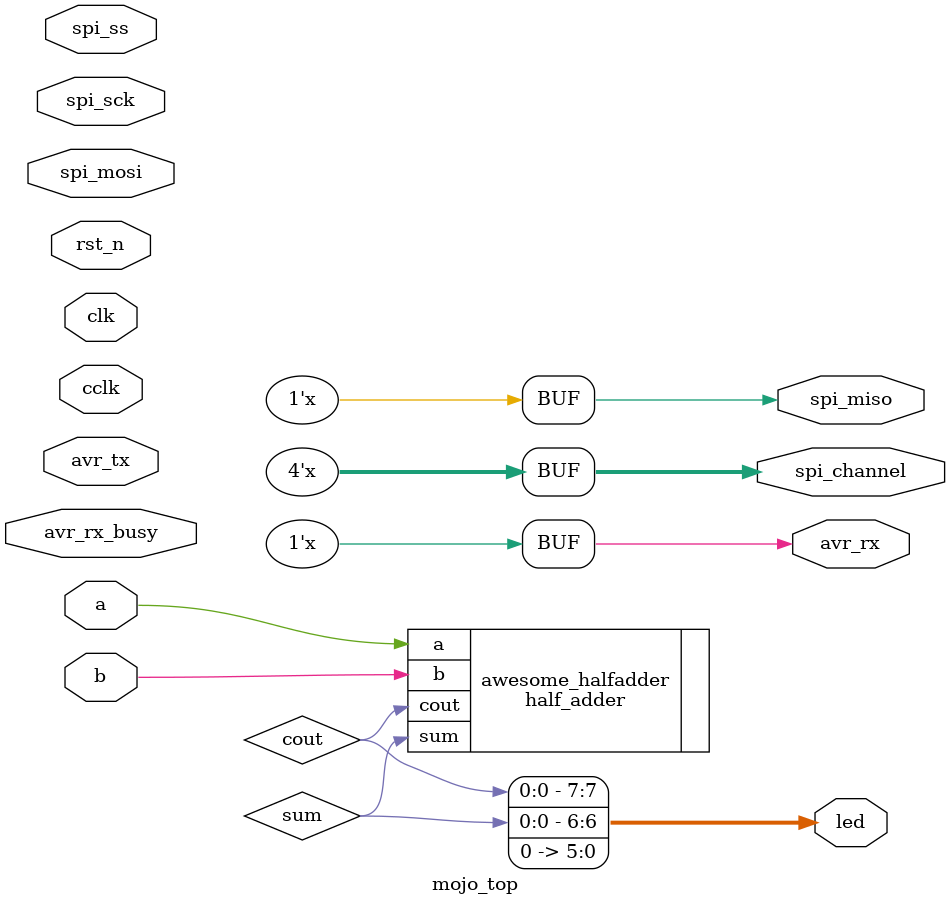
<source format=v>
module mojo_top(
    // 50MHz clock input
    input clk,
    // Input from reset button (active low)
    input rst_n,
    // cclk input from AVR, high when AVR is ready
    input cclk,
    // Outputs to the 8 onboard LEDs
    output[7:0]led,
    // AVR SPI connections
    output spi_miso,
    input spi_ss,
    input spi_mosi,
    input spi_sck,
    // AVR ADC channel select
    output [3:0] spi_channel,
    // Serial connections
    input avr_tx, // AVR Tx => FPGA Rx
    output avr_rx, // AVR Rx => FPGA Tx
    input avr_rx_busy, // AVR Rx buffer full
	 
	 input a,
	 input b
    );

wire rst = ~rst_n; // make reset active high

// these signals should be high-z when not used
assign spi_miso = 1'bz;
assign avr_rx = 1'bz;
assign spi_channel = 4'bzzzz;

assign led[5:0] = 6'b0;
assign led[6] = sum;
assign led[7] = cout;	

// Instantiate the module
half_adder awesome_halfadder(
    .a(a), 
    .b(b), 
    .sum(sum), 
    .cout(cout)
    );

endmodule
</source>
